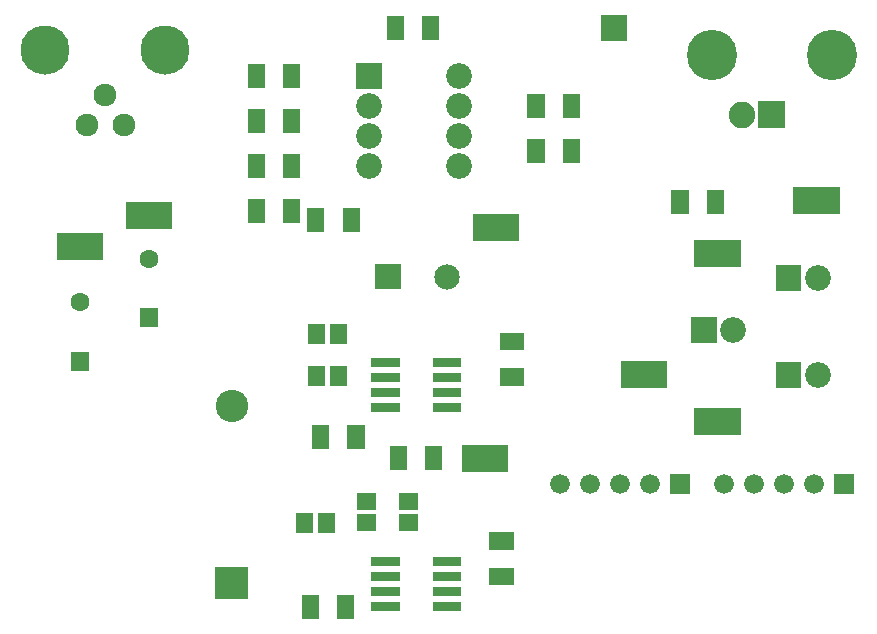
<source format=gts>
G04 start of page 2 for group 2 layer_idx 8 *
G04 Title: (unknown), top_mask *
G04 Creator: pcb-rnd 2.2.1 *
G04 CreationDate: 2020-05-28 20:16:37 UTC *
G04 For:  *
G04 Format: Gerber/RS-274X *
G04 PCB-Dimensions: 500000 500000 *
G04 PCB-Coordinate-Origin: lower left *
%MOIN*%
%FSLAX25Y25*%
%LNTOP_MASK_NONE_2*%
%ADD74C,0.1083*%
%ADD73C,0.0846*%
%ADD72C,0.0860*%
%ADD71C,0.0660*%
%ADD70C,0.0886*%
%ADD69C,0.1678*%
%ADD68C,0.0630*%
%ADD67C,0.1639*%
%ADD66C,0.0759*%
%ADD65C,0.0001*%
G54D65*G36*
X166549Y368540D02*X160831D01*
Y360460D01*
X166549D01*
Y368540D01*
G37*
G54D66*X119790Y348000D03*
X113490Y358000D03*
G54D65*G36*
X166549Y353540D02*X160831D01*
Y345460D01*
X166549D01*
Y353540D01*
G37*
G36*
X178359D02*X172641D01*
Y345460D01*
X178359D01*
Y353540D01*
G37*
G36*
Y368540D02*X172641D01*
Y360460D01*
X178359D01*
Y368540D01*
G37*
G54D67*X93490Y373000D03*
X133490D03*
G54D66*X107190Y348000D03*
G54D65*G36*
X166549Y338540D02*X160831D01*
Y330460D01*
X166549D01*
Y338540D01*
G37*
G36*
X178359D02*X172641D01*
Y330460D01*
X178359D01*
Y338540D01*
G37*
G36*
X166549Y323540D02*X160831D01*
Y315460D01*
X166549D01*
Y323540D01*
G37*
G36*
X120315Y322536D02*Y313464D01*
X135685D01*
Y322536D01*
X120315D01*
G37*
G36*
X97315Y312036D02*Y302964D01*
X112685D01*
Y312036D01*
X97315D01*
G37*
G54D68*X105000Y289000D03*
G54D65*G36*
X124846Y280661D02*X131154D01*
Y286969D01*
X124846D01*
Y280661D01*
G37*
G54D68*X128000Y303500D03*
G54D65*G36*
X178359Y323540D02*X172641D01*
Y315460D01*
X178359D01*
Y323540D01*
G37*
G36*
X186454Y320540D02*X180736D01*
Y312460D01*
X186454D01*
Y320540D01*
G37*
G36*
X307859Y326540D02*X302141D01*
Y318460D01*
X307859D01*
Y326540D01*
G37*
G54D69*X315500Y371500D03*
G54D70*X325500Y351500D03*
G54D65*G36*
X319669Y326540D02*X313951D01*
Y318460D01*
X319669D01*
Y326540D01*
G37*
G36*
X308680Y283950D02*X317280D01*
Y275350D01*
X308680D01*
Y283950D01*
G37*
G36*
X309795Y309686D02*Y300614D01*
X325165D01*
Y309686D01*
X309795D01*
G37*
G36*
Y253686D02*Y244614D01*
X325165D01*
Y253686D01*
X309795D01*
G37*
G36*
X308300Y225200D02*X301700D01*
Y231800D01*
X308300D01*
Y225200D01*
G37*
G54D71*X295000Y228500D03*
X319674Y228430D03*
X285000Y228500D03*
G54D65*G36*
X285315Y269536D02*Y260464D01*
X300685D01*
Y269536D01*
X285315D01*
G37*
G54D71*X275000Y228500D03*
G54D65*G36*
X342815Y327536D02*Y318464D01*
X358185D01*
Y327536D01*
X342815D01*
G37*
G54D69*X355500Y371500D03*
G54D65*G36*
X331071Y355929D02*Y347071D01*
X339929D01*
Y355929D01*
X331071D01*
G37*
G54D72*X322823Y279650D03*
G54D65*G36*
X336880Y268950D02*X345480D01*
Y260350D01*
X336880D01*
Y268950D01*
G37*
G36*
X336857Y301300D02*X345457D01*
Y292700D01*
X336857D01*
Y301300D01*
G37*
G54D72*X351000Y297000D03*
X351023Y264650D03*
G54D65*G36*
X362974Y225130D02*X356374D01*
Y231730D01*
X362974D01*
Y225130D01*
G37*
G54D71*X349674Y228430D03*
X339674D03*
X329674D03*
G54D65*G36*
X212954Y384540D02*X207236D01*
Y376460D01*
X212954D01*
Y384540D01*
G37*
G36*
X224764D02*X219046D01*
Y376460D01*
X224764D01*
Y384540D01*
G37*
G36*
X196933Y368833D02*X205533D01*
Y360233D01*
X196933D01*
Y368833D01*
G37*
G54D72*X231233Y364533D03*
G54D65*G36*
X278700Y376200D02*Y384800D01*
X287300D01*
Y376200D01*
X278700D01*
G37*
G36*
X235834Y318516D02*Y309444D01*
X251204D01*
Y318516D01*
X235834D01*
G37*
G54D72*X201233Y354533D03*
X231233D03*
G54D65*G36*
X259859Y358540D02*X254141D01*
Y350460D01*
X259859D01*
Y358540D01*
G37*
G36*
X271669D02*X265951D01*
Y350460D01*
X271669D01*
Y358540D01*
G37*
G54D72*X201233Y344533D03*
Y334533D03*
G54D65*G36*
X198264Y320540D02*X192546D01*
Y312460D01*
X198264D01*
Y320540D01*
G37*
G54D72*X231233Y344533D03*
Y334533D03*
G54D65*G36*
X259859Y343540D02*X254141D01*
Y335460D01*
X259859D01*
Y343540D01*
G37*
G36*
X271669D02*X265951D01*
Y335460D01*
X271669D01*
Y343540D01*
G37*
G36*
X186816Y281752D02*X181098D01*
Y275248D01*
X186816D01*
Y281752D01*
G37*
G36*
X193902D02*X188184D01*
Y275248D01*
X193902D01*
Y281752D01*
G37*
G36*
X202000Y270500D02*X211500D01*
Y267500D01*
X202000D01*
Y270500D01*
G37*
G36*
X244960Y278764D02*Y273046D01*
X253040D01*
Y278764D01*
X244960D01*
G37*
G54D73*X227343Y297500D03*
G54D65*G36*
X232000Y267500D02*X222500D01*
Y270500D01*
X232000D01*
Y267500D01*
G37*
G36*
X244960Y266954D02*Y261236D01*
X253040D01*
Y266954D01*
X244960D01*
G37*
G36*
X202000Y265500D02*X211500D01*
Y262500D01*
X202000D01*
Y265500D01*
G37*
G36*
X203420Y301737D02*Y293263D01*
X211894D01*
Y301737D01*
X203420D01*
G37*
G36*
X232000Y262500D02*X222500D01*
Y265500D01*
X232000D01*
Y262500D01*
G37*
G36*
Y257500D02*X222500D01*
Y260500D01*
X232000D01*
Y257500D01*
G37*
G36*
Y252500D02*X222500D01*
Y255500D01*
X232000D01*
Y252500D01*
G37*
G36*
X202000Y260500D02*X211500D01*
Y257500D01*
X202000D01*
Y260500D01*
G37*
G36*
Y255500D02*X211500D01*
Y252500D01*
X202000D01*
Y255500D01*
G37*
G36*
X188049Y248040D02*X182331D01*
Y239960D01*
X188049D01*
Y248040D01*
G37*
G36*
X199859D02*X194141D01*
Y239960D01*
X199859D01*
Y248040D01*
G37*
G36*
X186816Y267752D02*X181098D01*
Y261248D01*
X186816D01*
Y267752D01*
G37*
G36*
X193902D02*X188184D01*
Y261248D01*
X193902D01*
Y267752D01*
G37*
G36*
X182816Y218752D02*X177098D01*
Y212248D01*
X182816D01*
Y218752D01*
G37*
G36*
X184549Y191540D02*X178831D01*
Y183460D01*
X184549D01*
Y191540D01*
G37*
G36*
X150087Y190031D02*X160913D01*
Y200858D01*
X150087D01*
Y190031D01*
G37*
G36*
X196359Y191540D02*X190641D01*
Y183460D01*
X196359D01*
Y191540D01*
G37*
G54D74*X155500Y254500D03*
G54D65*G36*
X101846Y266161D02*X108154D01*
Y272469D01*
X101846D01*
Y266161D01*
G37*
G36*
X189902Y218752D02*X184184D01*
Y212248D01*
X189902D01*
Y218752D01*
G37*
G36*
X202000Y204000D02*X211500D01*
Y201000D01*
X202000D01*
Y204000D01*
G37*
G36*
X197248Y218316D02*Y212598D01*
X203752D01*
Y218316D01*
X197248D01*
G37*
G36*
Y225402D02*Y219684D01*
X203752D01*
Y225402D01*
X197248D01*
G37*
G36*
X213954Y241040D02*X208236D01*
Y232960D01*
X213954D01*
Y241040D01*
G37*
G36*
X225764D02*X220046D01*
Y232960D01*
X225764D01*
Y241040D01*
G37*
G36*
X232000Y201000D02*X222500D01*
Y204000D01*
X232000D01*
Y201000D01*
G37*
G36*
X202000Y199000D02*X211500D01*
Y196000D01*
X202000D01*
Y199000D01*
G37*
G36*
X232000Y196000D02*X222500D01*
Y199000D01*
X232000D01*
Y196000D01*
G37*
G36*
X211248Y218316D02*Y212598D01*
X217752D01*
Y218316D01*
X211248D01*
G37*
G36*
X241460Y200454D02*Y194736D01*
X249540D01*
Y200454D01*
X241460D01*
G37*
G36*
Y212264D02*Y206546D01*
X249540D01*
Y212264D01*
X241460D01*
G37*
G36*
X211248Y225402D02*Y219684D01*
X217752D01*
Y225402D01*
X211248D01*
G37*
G36*
X232334Y241516D02*Y232445D01*
X247704D01*
Y241516D01*
X232334D01*
G37*
G54D71*X265000Y228500D03*
G54D65*G36*
X202000Y194000D02*X211500D01*
Y191000D01*
X202000D01*
Y194000D01*
G37*
G36*
X232000Y191000D02*X222500D01*
Y194000D01*
X232000D01*
Y191000D01*
G37*
G36*
X202000Y189000D02*X211500D01*
Y186000D01*
X202000D01*
Y189000D01*
G37*
G36*
X232000Y186000D02*X222500D01*
Y189000D01*
X232000D01*
Y186000D01*
G37*
M02*

</source>
